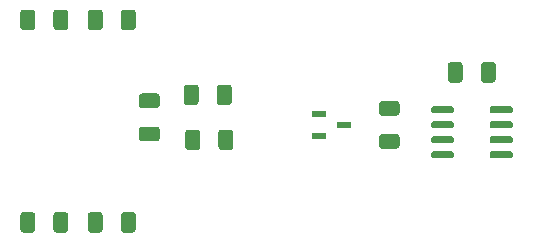
<source format=gbr>
%TF.GenerationSoftware,KiCad,Pcbnew,(5.1.6)-1*%
%TF.CreationDate,2022-04-26T10:23:00-04:00*%
%TF.ProjectId,rs485_5vreg_tray_short_v2,72733438-355f-4357-9672-65675f747261,v2*%
%TF.SameCoordinates,Original*%
%TF.FileFunction,Paste,Top*%
%TF.FilePolarity,Positive*%
%FSLAX46Y46*%
G04 Gerber Fmt 4.6, Leading zero omitted, Abs format (unit mm)*
G04 Created by KiCad (PCBNEW (5.1.6)-1) date 2022-04-26 10:23:00*
%MOMM*%
%LPD*%
G01*
G04 APERTURE LIST*
%ADD10R,1.300000X0.600000*%
G04 APERTURE END LIST*
%TO.C,C1*%
G36*
G01*
X74680000Y-111115000D02*
X74680000Y-109865000D01*
G75*
G02*
X74930000Y-109615000I250000J0D01*
G01*
X75680000Y-109615000D01*
G75*
G02*
X75930000Y-109865000I0J-250000D01*
G01*
X75930000Y-111115000D01*
G75*
G02*
X75680000Y-111365000I-250000J0D01*
G01*
X74930000Y-111365000D01*
G75*
G02*
X74680000Y-111115000I0J250000D01*
G01*
G37*
G36*
G01*
X77480000Y-111115000D02*
X77480000Y-109865000D01*
G75*
G02*
X77730000Y-109615000I250000J0D01*
G01*
X78480000Y-109615000D01*
G75*
G02*
X78730000Y-109865000I0J-250000D01*
G01*
X78730000Y-111115000D01*
G75*
G02*
X78480000Y-111365000I-250000J0D01*
G01*
X77730000Y-111365000D01*
G75*
G02*
X77480000Y-111115000I0J250000D01*
G01*
G37*
%TD*%
%TO.C,C2*%
G36*
G01*
X77610000Y-114925000D02*
X77610000Y-113675000D01*
G75*
G02*
X77860000Y-113425000I250000J0D01*
G01*
X78610000Y-113425000D01*
G75*
G02*
X78860000Y-113675000I0J-250000D01*
G01*
X78860000Y-114925000D01*
G75*
G02*
X78610000Y-115175000I-250000J0D01*
G01*
X77860000Y-115175000D01*
G75*
G02*
X77610000Y-114925000I0J250000D01*
G01*
G37*
G36*
G01*
X74810000Y-114925000D02*
X74810000Y-113675000D01*
G75*
G02*
X75060000Y-113425000I250000J0D01*
G01*
X75810000Y-113425000D01*
G75*
G02*
X76060000Y-113675000I0J-250000D01*
G01*
X76060000Y-114925000D01*
G75*
G02*
X75810000Y-115175000I-250000J0D01*
G01*
X75060000Y-115175000D01*
G75*
G02*
X74810000Y-114925000I0J250000D01*
G01*
G37*
%TD*%
%TO.C,C3*%
G36*
G01*
X97035000Y-109210000D02*
X97035000Y-107960000D01*
G75*
G02*
X97285000Y-107710000I250000J0D01*
G01*
X98035000Y-107710000D01*
G75*
G02*
X98285000Y-107960000I0J-250000D01*
G01*
X98285000Y-109210000D01*
G75*
G02*
X98035000Y-109460000I-250000J0D01*
G01*
X97285000Y-109460000D01*
G75*
G02*
X97035000Y-109210000I0J250000D01*
G01*
G37*
G36*
G01*
X99835000Y-109210000D02*
X99835000Y-107960000D01*
G75*
G02*
X100085000Y-107710000I250000J0D01*
G01*
X100835000Y-107710000D01*
G75*
G02*
X101085000Y-107960000I0J-250000D01*
G01*
X101085000Y-109210000D01*
G75*
G02*
X100835000Y-109460000I-250000J0D01*
G01*
X100085000Y-109460000D01*
G75*
G02*
X99835000Y-109210000I0J250000D01*
G01*
G37*
%TD*%
D10*
%TO.C,TVSDIODE*%
X88265000Y-113030000D03*
X86165000Y-113980000D03*
X86165000Y-112080000D03*
%TD*%
%TO.C,L1*%
G36*
G01*
X72380000Y-114420000D02*
X71130000Y-114420000D01*
G75*
G02*
X70880000Y-114170000I0J250000D01*
G01*
X70880000Y-113420000D01*
G75*
G02*
X71130000Y-113170000I250000J0D01*
G01*
X72380000Y-113170000D01*
G75*
G02*
X72630000Y-113420000I0J-250000D01*
G01*
X72630000Y-114170000D01*
G75*
G02*
X72380000Y-114420000I-250000J0D01*
G01*
G37*
G36*
G01*
X72380000Y-111620000D02*
X71130000Y-111620000D01*
G75*
G02*
X70880000Y-111370000I0J250000D01*
G01*
X70880000Y-110620000D01*
G75*
G02*
X71130000Y-110370000I250000J0D01*
G01*
X72380000Y-110370000D01*
G75*
G02*
X72630000Y-110620000I0J-250000D01*
G01*
X72630000Y-111370000D01*
G75*
G02*
X72380000Y-111620000I-250000J0D01*
G01*
G37*
%TD*%
%TO.C,R1*%
G36*
G01*
X64890000Y-103515000D02*
X64890000Y-104765000D01*
G75*
G02*
X64640000Y-105015000I-250000J0D01*
G01*
X63890000Y-105015000D01*
G75*
G02*
X63640000Y-104765000I0J250000D01*
G01*
X63640000Y-103515000D01*
G75*
G02*
X63890000Y-103265000I250000J0D01*
G01*
X64640000Y-103265000D01*
G75*
G02*
X64890000Y-103515000I0J-250000D01*
G01*
G37*
G36*
G01*
X62090000Y-103515000D02*
X62090000Y-104765000D01*
G75*
G02*
X61840000Y-105015000I-250000J0D01*
G01*
X61090000Y-105015000D01*
G75*
G02*
X60840000Y-104765000I0J250000D01*
G01*
X60840000Y-103515000D01*
G75*
G02*
X61090000Y-103265000I250000J0D01*
G01*
X61840000Y-103265000D01*
G75*
G02*
X62090000Y-103515000I0J-250000D01*
G01*
G37*
%TD*%
%TO.C,R2*%
G36*
G01*
X69355000Y-121910000D02*
X69355000Y-120660000D01*
G75*
G02*
X69605000Y-120410000I250000J0D01*
G01*
X70355000Y-120410000D01*
G75*
G02*
X70605000Y-120660000I0J-250000D01*
G01*
X70605000Y-121910000D01*
G75*
G02*
X70355000Y-122160000I-250000J0D01*
G01*
X69605000Y-122160000D01*
G75*
G02*
X69355000Y-121910000I0J250000D01*
G01*
G37*
G36*
G01*
X66555000Y-121910000D02*
X66555000Y-120660000D01*
G75*
G02*
X66805000Y-120410000I250000J0D01*
G01*
X67555000Y-120410000D01*
G75*
G02*
X67805000Y-120660000I0J-250000D01*
G01*
X67805000Y-121910000D01*
G75*
G02*
X67555000Y-122160000I-250000J0D01*
G01*
X66805000Y-122160000D01*
G75*
G02*
X66555000Y-121910000I0J250000D01*
G01*
G37*
%TD*%
%TO.C,TERM*%
G36*
G01*
X91450000Y-111005000D02*
X92700000Y-111005000D01*
G75*
G02*
X92950000Y-111255000I0J-250000D01*
G01*
X92950000Y-112005000D01*
G75*
G02*
X92700000Y-112255000I-250000J0D01*
G01*
X91450000Y-112255000D01*
G75*
G02*
X91200000Y-112005000I0J250000D01*
G01*
X91200000Y-111255000D01*
G75*
G02*
X91450000Y-111005000I250000J0D01*
G01*
G37*
G36*
G01*
X91450000Y-113805000D02*
X92700000Y-113805000D01*
G75*
G02*
X92950000Y-114055000I0J-250000D01*
G01*
X92950000Y-114805000D01*
G75*
G02*
X92700000Y-115055000I-250000J0D01*
G01*
X91450000Y-115055000D01*
G75*
G02*
X91200000Y-114805000I0J250000D01*
G01*
X91200000Y-114055000D01*
G75*
G02*
X91450000Y-113805000I250000J0D01*
G01*
G37*
%TD*%
%TO.C,RECV*%
G36*
G01*
X66555000Y-104765000D02*
X66555000Y-103515000D01*
G75*
G02*
X66805000Y-103265000I250000J0D01*
G01*
X67555000Y-103265000D01*
G75*
G02*
X67805000Y-103515000I0J-250000D01*
G01*
X67805000Y-104765000D01*
G75*
G02*
X67555000Y-105015000I-250000J0D01*
G01*
X66805000Y-105015000D01*
G75*
G02*
X66555000Y-104765000I0J250000D01*
G01*
G37*
G36*
G01*
X69355000Y-104765000D02*
X69355000Y-103515000D01*
G75*
G02*
X69605000Y-103265000I250000J0D01*
G01*
X70355000Y-103265000D01*
G75*
G02*
X70605000Y-103515000I0J-250000D01*
G01*
X70605000Y-104765000D01*
G75*
G02*
X70355000Y-105015000I-250000J0D01*
G01*
X69605000Y-105015000D01*
G75*
G02*
X69355000Y-104765000I0J250000D01*
G01*
G37*
%TD*%
%TO.C,SEND*%
G36*
G01*
X63640000Y-121910000D02*
X63640000Y-120660000D01*
G75*
G02*
X63890000Y-120410000I250000J0D01*
G01*
X64640000Y-120410000D01*
G75*
G02*
X64890000Y-120660000I0J-250000D01*
G01*
X64890000Y-121910000D01*
G75*
G02*
X64640000Y-122160000I-250000J0D01*
G01*
X63890000Y-122160000D01*
G75*
G02*
X63640000Y-121910000I0J250000D01*
G01*
G37*
G36*
G01*
X60840000Y-121910000D02*
X60840000Y-120660000D01*
G75*
G02*
X61090000Y-120410000I250000J0D01*
G01*
X61840000Y-120410000D01*
G75*
G02*
X62090000Y-120660000I0J-250000D01*
G01*
X62090000Y-121910000D01*
G75*
G02*
X61840000Y-122160000I-250000J0D01*
G01*
X61090000Y-122160000D01*
G75*
G02*
X60840000Y-121910000I0J250000D01*
G01*
G37*
%TD*%
%TO.C,RS485*%
G36*
G01*
X102510000Y-115420000D02*
X102510000Y-115720000D01*
G75*
G02*
X102360000Y-115870000I-150000J0D01*
G01*
X100710000Y-115870000D01*
G75*
G02*
X100560000Y-115720000I0J150000D01*
G01*
X100560000Y-115420000D01*
G75*
G02*
X100710000Y-115270000I150000J0D01*
G01*
X102360000Y-115270000D01*
G75*
G02*
X102510000Y-115420000I0J-150000D01*
G01*
G37*
G36*
G01*
X102510000Y-114150000D02*
X102510000Y-114450000D01*
G75*
G02*
X102360000Y-114600000I-150000J0D01*
G01*
X100710000Y-114600000D01*
G75*
G02*
X100560000Y-114450000I0J150000D01*
G01*
X100560000Y-114150000D01*
G75*
G02*
X100710000Y-114000000I150000J0D01*
G01*
X102360000Y-114000000D01*
G75*
G02*
X102510000Y-114150000I0J-150000D01*
G01*
G37*
G36*
G01*
X102510000Y-112880000D02*
X102510000Y-113180000D01*
G75*
G02*
X102360000Y-113330000I-150000J0D01*
G01*
X100710000Y-113330000D01*
G75*
G02*
X100560000Y-113180000I0J150000D01*
G01*
X100560000Y-112880000D01*
G75*
G02*
X100710000Y-112730000I150000J0D01*
G01*
X102360000Y-112730000D01*
G75*
G02*
X102510000Y-112880000I0J-150000D01*
G01*
G37*
G36*
G01*
X102510000Y-111610000D02*
X102510000Y-111910000D01*
G75*
G02*
X102360000Y-112060000I-150000J0D01*
G01*
X100710000Y-112060000D01*
G75*
G02*
X100560000Y-111910000I0J150000D01*
G01*
X100560000Y-111610000D01*
G75*
G02*
X100710000Y-111460000I150000J0D01*
G01*
X102360000Y-111460000D01*
G75*
G02*
X102510000Y-111610000I0J-150000D01*
G01*
G37*
G36*
G01*
X97560000Y-111610000D02*
X97560000Y-111910000D01*
G75*
G02*
X97410000Y-112060000I-150000J0D01*
G01*
X95760000Y-112060000D01*
G75*
G02*
X95610000Y-111910000I0J150000D01*
G01*
X95610000Y-111610000D01*
G75*
G02*
X95760000Y-111460000I150000J0D01*
G01*
X97410000Y-111460000D01*
G75*
G02*
X97560000Y-111610000I0J-150000D01*
G01*
G37*
G36*
G01*
X97560000Y-112880000D02*
X97560000Y-113180000D01*
G75*
G02*
X97410000Y-113330000I-150000J0D01*
G01*
X95760000Y-113330000D01*
G75*
G02*
X95610000Y-113180000I0J150000D01*
G01*
X95610000Y-112880000D01*
G75*
G02*
X95760000Y-112730000I150000J0D01*
G01*
X97410000Y-112730000D01*
G75*
G02*
X97560000Y-112880000I0J-150000D01*
G01*
G37*
G36*
G01*
X97560000Y-114150000D02*
X97560000Y-114450000D01*
G75*
G02*
X97410000Y-114600000I-150000J0D01*
G01*
X95760000Y-114600000D01*
G75*
G02*
X95610000Y-114450000I0J150000D01*
G01*
X95610000Y-114150000D01*
G75*
G02*
X95760000Y-114000000I150000J0D01*
G01*
X97410000Y-114000000D01*
G75*
G02*
X97560000Y-114150000I0J-150000D01*
G01*
G37*
G36*
G01*
X97560000Y-115420000D02*
X97560000Y-115720000D01*
G75*
G02*
X97410000Y-115870000I-150000J0D01*
G01*
X95760000Y-115870000D01*
G75*
G02*
X95610000Y-115720000I0J150000D01*
G01*
X95610000Y-115420000D01*
G75*
G02*
X95760000Y-115270000I150000J0D01*
G01*
X97410000Y-115270000D01*
G75*
G02*
X97560000Y-115420000I0J-150000D01*
G01*
G37*
%TD*%
M02*

</source>
